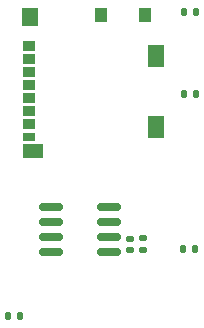
<source format=gbp>
%TF.GenerationSoftware,KiCad,Pcbnew,6.0.6*%
%TF.CreationDate,2022-08-23T18:22:02-07:00*%
%TF.ProjectId,SDWire,53445769-7265-42e6-9b69-6361645f7063,1.4 r1*%
%TF.SameCoordinates,Original*%
%TF.FileFunction,Paste,Bot*%
%TF.FilePolarity,Positive*%
%FSLAX46Y46*%
G04 Gerber Fmt 4.6, Leading zero omitted, Abs format (unit mm)*
G04 Created by KiCad (PCBNEW 6.0.6) date 2022-08-23 18:22:02*
%MOMM*%
%LPD*%
G01*
G04 APERTURE LIST*
G04 Aperture macros list*
%AMRoundRect*
0 Rectangle with rounded corners*
0 $1 Rounding radius*
0 $2 $3 $4 $5 $6 $7 $8 $9 X,Y pos of 4 corners*
0 Add a 4 corners polygon primitive as box body*
4,1,4,$2,$3,$4,$5,$6,$7,$8,$9,$2,$3,0*
0 Add four circle primitives for the rounded corners*
1,1,$1+$1,$2,$3*
1,1,$1+$1,$4,$5*
1,1,$1+$1,$6,$7*
1,1,$1+$1,$8,$9*
0 Add four rect primitives between the rounded corners*
20,1,$1+$1,$2,$3,$4,$5,0*
20,1,$1+$1,$4,$5,$6,$7,0*
20,1,$1+$1,$6,$7,$8,$9,0*
20,1,$1+$1,$8,$9,$2,$3,0*%
G04 Aperture macros list end*
%ADD10R,1.100000X0.850000*%
%ADD11R,1.100000X0.750000*%
%ADD12R,1.000000X1.200000*%
%ADD13R,1.800000X1.170000*%
%ADD14R,1.350000X1.550000*%
%ADD15R,1.350000X1.900000*%
%ADD16RoundRect,0.147500X-0.147500X-0.172500X0.147500X-0.172500X0.147500X0.172500X-0.147500X0.172500X0*%
%ADD17RoundRect,0.147500X0.147500X0.172500X-0.147500X0.172500X-0.147500X-0.172500X0.147500X-0.172500X0*%
%ADD18RoundRect,0.147500X0.172500X-0.147500X0.172500X0.147500X-0.172500X0.147500X-0.172500X-0.147500X0*%
%ADD19RoundRect,0.150000X-0.825000X-0.150000X0.825000X-0.150000X0.825000X0.150000X-0.825000X0.150000X0*%
G04 APERTURE END LIST*
D10*
X142632000Y-108528000D03*
X142632000Y-109628000D03*
X142632000Y-110728000D03*
X142632000Y-111828000D03*
X142632000Y-112928000D03*
X142632000Y-114028000D03*
X142632000Y-115128000D03*
D11*
X142632000Y-116178000D03*
D12*
X148782000Y-105893000D03*
X152482000Y-105893000D03*
D13*
X142982000Y-117388000D03*
D14*
X142757000Y-106068000D03*
D15*
X153457000Y-115363000D03*
X153457000Y-109393000D03*
D16*
X140915000Y-131400000D03*
X141885000Y-131400000D03*
D17*
X156785000Y-112600000D03*
X155815000Y-112600000D03*
X156785000Y-105600000D03*
X155815000Y-105600000D03*
D16*
X155715000Y-125679200D03*
X156685000Y-125679200D03*
D18*
X151200000Y-125785000D03*
X151200000Y-124815000D03*
D19*
X144525000Y-125905000D03*
X144525000Y-124635000D03*
X144525000Y-123365000D03*
X144525000Y-122095000D03*
X149475000Y-122095000D03*
X149475000Y-123365000D03*
X149475000Y-124635000D03*
X149475000Y-125905000D03*
D18*
X152300000Y-125770000D03*
X152300000Y-124800000D03*
M02*

</source>
